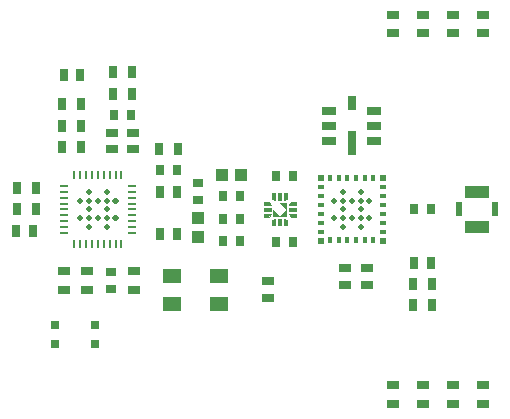
<source format=gtp>
G04 #@! TF.GenerationSoftware,KiCad,Pcbnew,5.1.6-c6e7f7d~86~ubuntu18.04.1*
G04 #@! TF.CreationDate,2020-06-07T16:33:24-04:00*
G04 #@! TF.ProjectId,ta-comm,74612d63-6f6d-46d2-9e6b-696361645f70,rev?*
G04 #@! TF.SameCoordinates,Original*
G04 #@! TF.FileFunction,Paste,Top*
G04 #@! TF.FilePolarity,Positive*
%FSLAX46Y46*%
G04 Gerber Fmt 4.6, Leading zero omitted, Abs format (unit mm)*
G04 Created by KiCad (PCBNEW 5.1.6-c6e7f7d~86~ubuntu18.04.1) date 2020-06-07 16:33:24*
%MOMM*%
%LPD*%
G01*
G04 APERTURE LIST*
%ADD10C,0.500000*%
%ADD11C,0.025000*%
%ADD12R,0.900000X0.800000*%
%ADD13R,0.700000X1.000000*%
%ADD14R,0.800000X0.900000*%
%ADD15R,1.000000X0.700000*%
%ADD16R,0.800000X1.000000*%
%ADD17R,0.760000X0.260000*%
%ADD18R,0.260000X0.760000*%
%ADD19R,0.640000X2.080000*%
%ADD20R,0.640000X1.170000*%
%ADD21R,1.170000X0.640000*%
%ADD22R,0.550000X0.500000*%
%ADD23R,0.550000X0.400000*%
%ADD24R,0.400000X0.550000*%
%ADD25R,0.600000X1.200000*%
%ADD26R,2.000000X1.000000*%
%ADD27R,1.000000X1.000000*%
%ADD28R,0.800000X0.800000*%
%ADD29R,1.000000X0.800000*%
%ADD30R,1.500000X1.200000*%
G04 APERTURE END LIST*
D10*
X139899000Y-107250000D02*
X139901000Y-107250000D01*
X140649000Y-107250000D02*
X140651000Y-107250000D01*
X141399000Y-107250000D02*
X141401000Y-107250000D01*
X142149000Y-107250000D02*
X142151000Y-107250000D01*
X142899000Y-107250000D02*
X142901000Y-107250000D01*
X140649000Y-106500000D02*
X140651000Y-106500000D01*
X142149000Y-106500000D02*
X142151000Y-106500000D01*
X139899000Y-108750000D02*
X139901000Y-108750000D01*
X140649000Y-108750000D02*
X140651000Y-108750000D01*
X142149000Y-108750000D02*
X142151000Y-108750000D01*
X141399000Y-108750000D02*
X141401000Y-108750000D01*
X142899000Y-108750000D02*
X142901000Y-108750000D01*
X140649000Y-108000000D02*
X140651000Y-108000000D01*
X140649000Y-109500000D02*
X140651000Y-109500000D01*
X142149000Y-108000000D02*
X142151000Y-108000000D01*
X142149000Y-109500000D02*
X142151000Y-109500000D01*
D11*
G36*
X156825000Y-107425000D02*
G01*
X157375000Y-107425000D01*
X157375000Y-107975000D01*
X156825000Y-107425000D01*
G37*
X156825000Y-107425000D02*
X157375000Y-107425000D01*
X157375000Y-107975000D01*
X156825000Y-107425000D01*
G36*
X157375000Y-108025000D02*
G01*
X157375000Y-108575000D01*
X156825000Y-108575000D01*
X157375000Y-108025000D01*
G37*
X157375000Y-108025000D02*
X157375000Y-108575000D01*
X156825000Y-108575000D01*
X157375000Y-108025000D01*
G36*
X156775000Y-108575000D02*
G01*
X156225000Y-108575000D01*
X156225000Y-108025000D01*
X156775000Y-108575000D01*
G37*
X156775000Y-108575000D02*
X156225000Y-108575000D01*
X156225000Y-108025000D01*
X156775000Y-108575000D01*
G36*
X157567000Y-108375000D02*
G01*
X158150000Y-108375000D01*
X158150000Y-108625000D01*
X157717000Y-108625000D01*
X157567000Y-108375000D01*
G37*
X157567000Y-108375000D02*
X158150000Y-108375000D01*
X158150000Y-108625000D01*
X157717000Y-108625000D01*
X157567000Y-108375000D01*
G36*
X158150000Y-107875000D02*
G01*
X157570000Y-107875000D01*
X157570000Y-108125000D01*
X158150000Y-108125000D01*
X158150000Y-107875000D01*
G37*
X158150000Y-107875000D02*
X157570000Y-107875000D01*
X157570000Y-108125000D01*
X158150000Y-108125000D01*
X158150000Y-107875000D01*
G36*
X157567000Y-107625000D02*
G01*
X158150000Y-107625000D01*
X158150000Y-107375000D01*
X157717000Y-107375000D01*
X157567000Y-107625000D01*
G37*
X157567000Y-107625000D02*
X158150000Y-107625000D01*
X158150000Y-107375000D01*
X157717000Y-107375000D01*
X157567000Y-107625000D01*
G36*
X157175000Y-108775000D02*
G01*
X157175000Y-109358000D01*
X157425000Y-109358000D01*
X157425000Y-108925000D01*
X157175000Y-108775000D01*
G37*
X157175000Y-108775000D02*
X157175000Y-109358000D01*
X157425000Y-109358000D01*
X157425000Y-108925000D01*
X157175000Y-108775000D01*
G36*
X156925000Y-109355000D02*
G01*
X156925000Y-108775000D01*
X156675000Y-108775000D01*
X156675000Y-109355000D01*
X156925000Y-109355000D01*
G37*
X156925000Y-109355000D02*
X156925000Y-108775000D01*
X156675000Y-108775000D01*
X156675000Y-109355000D01*
X156925000Y-109355000D01*
G36*
X156425000Y-108775000D02*
G01*
X156425000Y-109358000D01*
X156175000Y-109358000D01*
X156175000Y-108925000D01*
X156425000Y-108775000D01*
G37*
X156425000Y-108775000D02*
X156425000Y-109358000D01*
X156175000Y-109358000D01*
X156175000Y-108925000D01*
X156425000Y-108775000D01*
G36*
X157175000Y-107233000D02*
G01*
X157175000Y-106650000D01*
X157425000Y-106650000D01*
X157425000Y-107083000D01*
X157175000Y-107233000D01*
G37*
X157175000Y-107233000D02*
X157175000Y-106650000D01*
X157425000Y-106650000D01*
X157425000Y-107083000D01*
X157175000Y-107233000D01*
G36*
X156925000Y-107230000D02*
G01*
X156925000Y-106650000D01*
X156675000Y-106650000D01*
X156675000Y-107230000D01*
X156925000Y-107230000D01*
G37*
X156925000Y-107230000D02*
X156925000Y-106650000D01*
X156675000Y-106650000D01*
X156675000Y-107230000D01*
X156925000Y-107230000D01*
G36*
X156425000Y-107233000D02*
G01*
X156425000Y-106650000D01*
X156175000Y-106650000D01*
X156175000Y-107083000D01*
X156425000Y-107233000D01*
G37*
X156425000Y-107233000D02*
X156425000Y-106650000D01*
X156175000Y-106650000D01*
X156175000Y-107083000D01*
X156425000Y-107233000D01*
G36*
X156033000Y-108375000D02*
G01*
X155450000Y-108375000D01*
X155450000Y-108625000D01*
X155883000Y-108625000D01*
X156033000Y-108375000D01*
G37*
X156033000Y-108375000D02*
X155450000Y-108375000D01*
X155450000Y-108625000D01*
X155883000Y-108625000D01*
X156033000Y-108375000D01*
G36*
X156030000Y-107875000D02*
G01*
X155450000Y-107875000D01*
X155450000Y-108125000D01*
X156030000Y-108125000D01*
X156030000Y-107875000D01*
G37*
X156030000Y-107875000D02*
X155450000Y-107875000D01*
X155450000Y-108125000D01*
X156030000Y-108125000D01*
X156030000Y-107875000D01*
G36*
X156033000Y-107625000D02*
G01*
X155450000Y-107625000D01*
X155450000Y-107375000D01*
X155883000Y-107375000D01*
X156033000Y-107625000D01*
G37*
X156033000Y-107625000D02*
X155450000Y-107625000D01*
X155450000Y-107375000D01*
X155883000Y-107375000D01*
X156033000Y-107625000D01*
D10*
X162151000Y-106500000D02*
X162149000Y-106500000D01*
X161401000Y-107250000D02*
X161390000Y-107250000D01*
X162151000Y-107250000D02*
X162149000Y-107250000D01*
X162901000Y-107250000D02*
X162899000Y-107250000D01*
X163651000Y-106500000D02*
X163649000Y-106500000D01*
X163651000Y-107250000D02*
X163649000Y-107250000D01*
X164401000Y-107250000D02*
X164399000Y-107250000D01*
X162151000Y-108000000D02*
X162149000Y-108000000D01*
X163651000Y-108000000D02*
X163649000Y-108000000D01*
X162151000Y-109500000D02*
X162149000Y-109500000D01*
X163651000Y-109500000D02*
X163649000Y-109500000D01*
X161401000Y-108750000D02*
X161399000Y-108750000D01*
X162151000Y-108750000D02*
X162149000Y-108750000D01*
X162901000Y-108750000D02*
X162899000Y-108750000D01*
X163651000Y-108750000D02*
X163649000Y-108750000D01*
X164401000Y-108750000D02*
X164399000Y-108750000D01*
D12*
X149900000Y-107200000D03*
X149900000Y-105800000D03*
D13*
X135900000Y-109800000D03*
X134500000Y-109800000D03*
X139900000Y-96600000D03*
X138500000Y-96600000D03*
D14*
X142800000Y-100000000D03*
X144200000Y-100000000D03*
D15*
X142600000Y-102900000D03*
X142600000Y-101500000D03*
X144400000Y-102900000D03*
X144400000Y-101500000D03*
D12*
X142500000Y-113300000D03*
X142500000Y-114700000D03*
D14*
X146700000Y-104700000D03*
X148100000Y-104700000D03*
D13*
X146700000Y-106500000D03*
X148100000Y-106500000D03*
X146700000Y-110100000D03*
X148100000Y-110100000D03*
D14*
X152000000Y-108800000D03*
X153400000Y-108800000D03*
X152000000Y-106900000D03*
X153400000Y-106900000D03*
X152000000Y-110700000D03*
X153400000Y-110700000D03*
D15*
X155800000Y-115500000D03*
X155800000Y-114100000D03*
D14*
X156500000Y-105200000D03*
X157900000Y-105200000D03*
X156500000Y-110800000D03*
X157900000Y-110800000D03*
D15*
X162300000Y-113000000D03*
X162300000Y-114400000D03*
X164200000Y-113000000D03*
X164200000Y-114400000D03*
D14*
X168200000Y-108000000D03*
X169600000Y-108000000D03*
D13*
X168200000Y-112500000D03*
X169600000Y-112500000D03*
D16*
X138400000Y-99100000D03*
X140000000Y-99100000D03*
D17*
X138500000Y-106000000D03*
X138500000Y-106500000D03*
X138500000Y-107000000D03*
X138500000Y-107500000D03*
X138500000Y-108000000D03*
X138500000Y-108500000D03*
X138500000Y-109000000D03*
X138500000Y-109500000D03*
X138500000Y-110000000D03*
D18*
X139400000Y-110900000D03*
X139900000Y-110900000D03*
X140400000Y-110900000D03*
X140900000Y-110900000D03*
X141400000Y-110900000D03*
X141900000Y-110900000D03*
X142400000Y-110900000D03*
X142900000Y-110900000D03*
X143400000Y-110900000D03*
D17*
X144300000Y-110000000D03*
X144300000Y-109500000D03*
X144300000Y-109000000D03*
X144300000Y-108500000D03*
X144300000Y-108000000D03*
X144300000Y-107500000D03*
X144300000Y-107000000D03*
X144300000Y-106500000D03*
X144300000Y-106000000D03*
D18*
X143400000Y-105100000D03*
X142900000Y-105100000D03*
X142400000Y-105100000D03*
X141900000Y-105100000D03*
X141400000Y-105100000D03*
X140900000Y-105100000D03*
X140400000Y-105100000D03*
X139900000Y-105100000D03*
X139400000Y-105100000D03*
D19*
X162900000Y-102360000D03*
D20*
X162900000Y-98985000D03*
D21*
X160985000Y-102170000D03*
X160985000Y-100900000D03*
X160985000Y-99630000D03*
X164815000Y-99630000D03*
X164815000Y-100900000D03*
X164815000Y-102170000D03*
D22*
X165525000Y-110650000D03*
D23*
X165525000Y-109875000D03*
X165525000Y-109125000D03*
X165525000Y-108375000D03*
X165525000Y-107625000D03*
X165525000Y-106875000D03*
X165525000Y-106125000D03*
D22*
X165525000Y-105350000D03*
D24*
X164713000Y-105375000D03*
X163988000Y-105375000D03*
X163263000Y-105375000D03*
X162537000Y-105375000D03*
X161812000Y-105375000D03*
X161087000Y-105375000D03*
D22*
X160275000Y-105350000D03*
D23*
X160275000Y-106125000D03*
X160275000Y-106875000D03*
X160275000Y-107625000D03*
X160275000Y-108375000D03*
X160275000Y-109125000D03*
X160275000Y-109875000D03*
D22*
X160275000Y-110650000D03*
D24*
X161087000Y-110625000D03*
X161812000Y-110625000D03*
X162537000Y-110625000D03*
X163263000Y-110625000D03*
X163988000Y-110625000D03*
X164713000Y-110625000D03*
D25*
X171980000Y-108000000D03*
D26*
X173500000Y-109480000D03*
D25*
X175020000Y-108000000D03*
D26*
X173500000Y-106520000D03*
D27*
X149900000Y-108700000D03*
X149900000Y-110300000D03*
X151900000Y-105100000D03*
X153500000Y-105100000D03*
D28*
X137800000Y-119400000D03*
X137800000Y-117800000D03*
X141200000Y-119400000D03*
X141200000Y-117800000D03*
D16*
X136200000Y-106200000D03*
X134600000Y-106200000D03*
X136200000Y-108000000D03*
X134600000Y-108000000D03*
X140000000Y-100900000D03*
X138400000Y-100900000D03*
X140000000Y-102700000D03*
X138400000Y-102700000D03*
D29*
X138500000Y-113200000D03*
X138500000Y-114800000D03*
X140500000Y-113200000D03*
X140500000Y-114800000D03*
D16*
X142700000Y-96400000D03*
X144300000Y-96400000D03*
X144300000Y-98200000D03*
X142700000Y-98200000D03*
D29*
X144500000Y-113200000D03*
X144500000Y-114800000D03*
D16*
X146600000Y-102900000D03*
X148200000Y-102900000D03*
X168100000Y-114300000D03*
X169700000Y-114300000D03*
X169700000Y-116100000D03*
X168100000Y-116100000D03*
D29*
X166430000Y-93100000D03*
X166430000Y-91500000D03*
X168970000Y-93100000D03*
X168970000Y-91500000D03*
X171510000Y-93100000D03*
X171510000Y-91500000D03*
X174050000Y-93100000D03*
X174050000Y-91500000D03*
X166430000Y-122900000D03*
X166430000Y-124500000D03*
X168970000Y-122900000D03*
X168970000Y-124500000D03*
X171510000Y-122900000D03*
X171510000Y-124500000D03*
X174050000Y-122900000D03*
X174050000Y-124500000D03*
D30*
X151700000Y-113600000D03*
X147700000Y-113600000D03*
X147700000Y-116000000D03*
X151700000Y-116000000D03*
M02*

</source>
